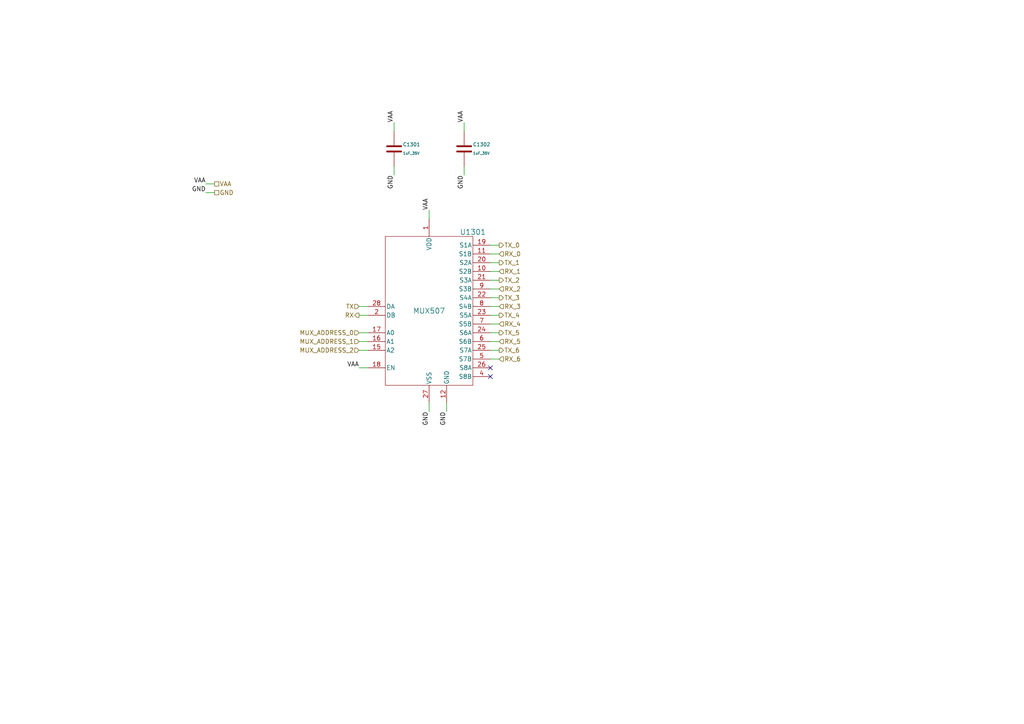
<source format=kicad_sch>
(kicad_sch (version 20230121) (generator eeschema)
  (paper "A4")
  (title_block (title "thruster-pcb") (date "2024-09-20") (rev "2.0") (company "Mechatronic Magic"))
  (lib_symbols
    (symbol "Janelia:C_1uF_35V_0402" (pin_numbers hide) (pin_names (offset 0.254))
      (property "Reference" "C" (at 0 2.54 0))
      (property "Value" "1uF_35V" (at 0 0 0))
      (symbol "C_1uF_35V_0402_0_1"
        (polyline (pts (xy -2.032 -0.762) (xy 2.032 -0.762)) (stroke (width 0.508)))
        (polyline (pts (xy -2.032 0.762) (xy 2.032 0.762)) (stroke (width 0.508)))
      )
      (symbol "C_1uF_35V_0402_1_1"
        (pin passive line (at 0 5.08 270) (length 4.318) (name "~") (number "1"))
        (pin passive line (at 0 -5.08 90) (length 4.318) (name "~") (number "2"))
      )
    )
    (symbol "Janelia:Multiplexer_2chan_8to1_MUX507IDWR" (pin_names (offset 0.254))
      (property "Reference" "U" (at 12.7 22.86 0))
      (property "Value" "MUX507" (at 0 0 0))
      (symbol "Multiplexer_2chan_8to1_MUX507IDWR_0_1"
        (polyline (pts (xy -12.7 -21.59) (xy 12.7 -21.59)) (stroke (width 0.127)))
        (polyline (pts (xy -12.7 21.59) (xy -12.7 -21.59)) (stroke (width 0.127)))
        (polyline (pts (xy 12.7 -21.59) (xy 12.7 21.59)) (stroke (width 0.127)))
        (polyline (pts (xy 12.7 21.59) (xy -12.7 21.59)) (stroke (width 0.127)))
      )
      (symbol "Multiplexer_2chan_8to1_MUX507IDWR_1_0"
        (pin passive line (at 17.78 -11.43 180) (length 5.08) (name "S7A") (number "25"))
      )
      (symbol "Multiplexer_2chan_8to1_MUX507IDWR_1_1"
        (pin power_in line (at 0 26.67 270) (length 5.08) (name "VDD") (number "1"))
        (pin passive line (at 17.78 11.43 180) (length 5.08) (name "S2B") (number "10"))
        (pin passive line (at 17.78 16.51 180) (length 5.08) (name "S1B") (number "11"))
        (pin power_in line (at 5.08 -26.67 90) (length 5.08) (name "GND") (number "12"))
        (pin no_connect line (at -7.62 -26.67 90) (length 5.08) hide (name "NC") (number "13"))
        (pin no_connect line (at -5.08 -26.67 90) (length 5.08) hide (name "NC") (number "14"))
        (pin input line (at -17.78 -11.43 0) (length 5.08) (name "A2") (number "15"))
        (pin input line (at -17.78 -8.89 0) (length 5.08) (name "A1") (number "16"))
        (pin input line (at -17.78 -6.35 0) (length 5.08) (name "A0") (number "17"))
        (pin input line (at -17.78 -16.51 0) (length 5.08) (name "EN") (number "18"))
        (pin passive line (at 17.78 19.05 180) (length 5.08) (name "S1A") (number "19"))
        (pin passive line (at -17.78 -1.27 0) (length 5.08) (name "DB") (number "2"))
        (pin passive line (at 17.78 13.97 180) (length 5.08) (name "S2A") (number "20"))
        (pin passive line (at 17.78 8.89 180) (length 5.08) (name "S3A") (number "21"))
        (pin passive line (at 17.78 3.81 180) (length 5.08) (name "S4A") (number "22"))
        (pin passive line (at 17.78 -1.27 180) (length 5.08) (name "S5A") (number "23"))
        (pin passive line (at 17.78 -6.35 180) (length 5.08) (name "S6A") (number "24"))
        (pin passive line (at 17.78 -16.51 180) (length 5.08) (name "S8A") (number "26"))
        (pin power_in line (at 0 -26.67 90) (length 5.08) (name "VSS") (number "27"))
        (pin passive line (at -17.78 1.27 0) (length 5.08) (name "DA") (number "28"))
        (pin no_connect line (at -10.16 -26.67 90) (length 5.08) hide (name "NC") (number "3"))
        (pin passive line (at 17.78 -19.05 180) (length 5.08) (name "S8B") (number "4"))
        (pin passive line (at 17.78 -13.97 180) (length 5.08) (name "S7B") (number "5"))
        (pin passive line (at 17.78 -8.89 180) (length 5.08) (name "S6B") (number "6"))
        (pin passive line (at 17.78 -3.81 180) (length 5.08) (name "S5B") (number "7"))
        (pin passive line (at 17.78 1.27 180) (length 5.08) (name "S4B") (number "8"))
        (pin passive line (at 17.78 6.35 180) (length 5.08) (name "S3B") (number "9"))
      )
    )
  )
  (no_connect (at 142.24 109.22))
  (no_connect (at 142.24 106.68))
  (wire (pts (xy 144.78 99.06) (xy 142.24 99.06)))
  (wire (pts (xy 144.78 81.28) (xy 142.24 81.28)))
  (wire (pts (xy 114.3 48.26) (xy 114.3 50.8)))
  (wire (pts (xy 144.78 104.14) (xy 142.24 104.14)))
  (wire (pts (xy 144.78 88.9) (xy 142.24 88.9)))
  (wire (pts (xy 114.3 38.1) (xy 114.3 35.56)))
  (wire (pts (xy 104.14 99.06) (xy 106.68 99.06)))
  (wire (pts (xy 62.23 55.88) (xy 59.69 55.88)))
  (wire (pts (xy 104.14 101.6) (xy 106.68 101.6)))
  (wire (pts (xy 144.78 71.12) (xy 142.24 71.12)))
  (wire (pts (xy 134.62 38.1) (xy 134.62 35.56)))
  (wire (pts (xy 144.78 93.98) (xy 142.24 93.98)))
  (wire (pts (xy 104.14 91.44) (xy 106.68 91.44)))
  (wire (pts (xy 144.78 76.2) (xy 142.24 76.2)))
  (wire (pts (xy 144.78 86.36) (xy 142.24 86.36)))
  (wire (pts (xy 144.78 96.52) (xy 142.24 96.52)))
  (wire (pts (xy 104.14 96.52) (xy 106.68 96.52)))
  (wire (pts (xy 144.78 78.74) (xy 142.24 78.74)))
  (wire (pts (xy 62.23 53.34) (xy 59.69 53.34)))
  (wire (pts (xy 104.14 88.9) (xy 106.68 88.9)))
  (wire (pts (xy 104.14 106.68) (xy 106.68 106.68)))
  (wire (pts (xy 124.46 63.5) (xy 124.46 60.96)))
  (wire (pts (xy 144.78 83.82) (xy 142.24 83.82)))
  (wire (pts (xy 144.78 91.44) (xy 142.24 91.44)))
  (wire (pts (xy 134.62 48.26) (xy 134.62 50.8)))
  (wire (pts (xy 144.78 101.6) (xy 142.24 101.6)))
  (wire (pts (xy 129.54 116.84) (xy 129.54 119.38)))
  (wire (pts (xy 124.46 116.84) (xy 124.46 119.38)))
  (wire (pts (xy 144.78 73.66) (xy 142.24 73.66)))
  (label "VAA" (at 114.3 35.56 90))
  (label "VAA" (at 134.62 35.56 90))
  (label "VAA" (at 59.69 53.34 180))
  (label "GND" (at 134.62 50.8 270))
  (label "GND" (at 114.3 50.8 270))
  (label "GND" (at 129.54 119.38 270))
  (label "GND" (at 124.46 119.38 270))
  (label "GND" (at 59.69 55.88 180))
  (label "VAA" (at 104.14 106.68 180))
  (label "VAA" (at 124.46 60.96 90))
  (hierarchical_label "VAA" (shape passive) (at 62.23 53.34 0))
  (hierarchical_label "TX_5" (shape output) (at 144.78 96.52 0))
  (hierarchical_label "RX_0" (shape input) (at 144.78 73.66 0))
  (hierarchical_label "TX_0" (shape output) (at 144.78 71.12 0))
  (hierarchical_label "RX" (shape output) (at 104.14 91.44 180))
  (hierarchical_label "RX_6" (shape input) (at 144.78 104.14 0))
  (hierarchical_label "TX_1" (shape output) (at 144.78 76.2 0))
  (hierarchical_label "RX_5" (shape input) (at 144.78 99.06 0))
  (hierarchical_label "TX_3" (shape output) (at 144.78 86.36 0))
  (hierarchical_label "TX_2" (shape output) (at 144.78 81.28 0))
  (hierarchical_label "TX" (shape input) (at 104.14 88.9 180))
  (hierarchical_label "MUX_ADDRESS_1" (shape input) (at 104.14 99.06 180))
  (hierarchical_label "MUX_ADDRESS_2" (shape input) (at 104.14 101.6 180))
  (hierarchical_label "MUX_ADDRESS_0" (shape input) (at 104.14 96.52 180))
  (hierarchical_label "RX_1" (shape input) (at 144.78 78.74 0))
  (hierarchical_label "TX_4" (shape output) (at 144.78 91.44 0))
  (hierarchical_label "RX_3" (shape input) (at 144.78 88.9 0))
  (hierarchical_label "RX_4" (shape input) (at 144.78 93.98 0))
  (hierarchical_label "RX_2" (shape input) (at 144.78 83.82 0))
  (hierarchical_label "GND" (shape passive) (at 62.23 55.88 0))
  (hierarchical_label "TX_6" (shape output) (at 144.78 101.6 0))
  (symbol (lib_id "Janelia:C_1uF_35V_0402") (at 114.3 43.18 0) (unit 1)
    (property "Reference" "C1301" (at 116.84 41.91 0) (effects (font (size 1.016 1.016)) (justify left)))
    (property "Value" "1uF_35V" (at 116.84 44.45 0) (effects (font (size 0.762 0.762)) (justify left)))
    (property "Footprint" "Janelia:C_0402_1005Metric" (effects hide))
    (property "Vendor" "Digi-Key" (effects hide))
    (property "Vendor Part Number" "1276-6796-1-ND" (effects hide))
    (property "Synopsis" "CAP CER 1UF 35V X5R" (effects hide))
    (property "Package" "0402" (effects hide))
    (property "Manufacturer" "Samsung Electro-Mechanics" (effects hide))
    (property "Manufacturer Part Number" "CL05A105KL5NRNC" (effects hide))
    (property "LCSC" "C307413" (effects hide))
  )
  (symbol (lib_id "Janelia:Multiplexer_2chan_8to1_MUX507IDWR") (at 124.46 90.17 0) (unit 1)
    (property "Reference" "U1301" (at 137.16 67.31 0) (effects (font (size 1.524 1.524))))
    (property "Value" "MUX507" (at 124.46 90.17 0) (effects (font (size 1.524 1.524))))
    (property "Footprint" "Janelia:DW28_TEX" (effects hide))
    (property "Synopsis" "IC MUX DUAL 8:1 200OHM" (effects hide))
    (property "Package" "SOIC-28-300mil" (effects hide))
    (property "Manufacturer" "Texas Instruments" (effects hide))
    (property "Manufacturer Part Number" "MUX507IDWR" (effects hide))
    (property "Vendor" "Digi-Key" (effects hide))
    (property "Vendor Part Number" "296-47545-1-ND" (effects hide))
    (property "LCSC" "C193367" (effects hide))
  )
  (symbol (lib_id "Janelia:C_1uF_35V_0402") (at 134.62 43.18 0) (unit 1)
    (property "Reference" "C1302" (at 137.16 41.91 0) (effects (font (size 1.016 1.016)) (justify left)))
    (property "Value" "1uF_35V" (at 137.16 44.45 0) (effects (font (size 0.762 0.762)) (justify left)))
    (property "Footprint" "Janelia:C_0402_1005Metric" (effects hide))
    (property "Vendor" "Digi-Key" (effects hide))
    (property "Vendor Part Number" "1276-6796-1-ND" (effects hide))
    (property "Synopsis" "CAP CER 1UF 35V X5R" (effects hide))
    (property "Package" "0402" (effects hide))
    (property "Manufacturer" "Samsung Electro-Mechanics" (effects hide))
    (property "Manufacturer Part Number" "CL05A105KL5NRNC" (effects hide))
    (property "LCSC" "C307413" (effects hide))
  )
)
</source>
